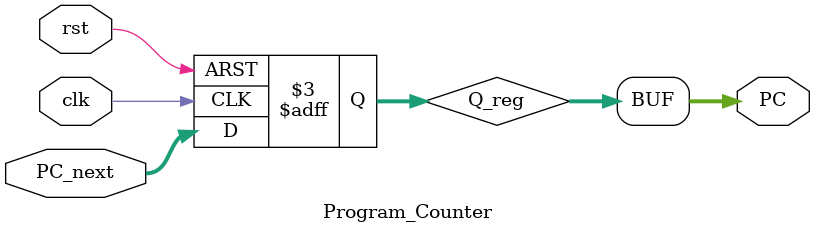
<source format=sv>

module Program_Counter #(parameter N_Bits=32)
(
  input logic clk,rst,
  input logic [N_Bits-1:0] PC_next,
  output logic [N_Bits-1:0] PC
);
logic [N_Bits-1:0] Q_reg;

always_ff @(posedge clk or negedge rst) 
begin
if (~rst) 
	begin
  	   Q_reg <= 'b0;
	end 
else
	begin
  	   Q_reg <= PC_next;
	end
end

assign PC = Q_reg;

endmodule



</source>
